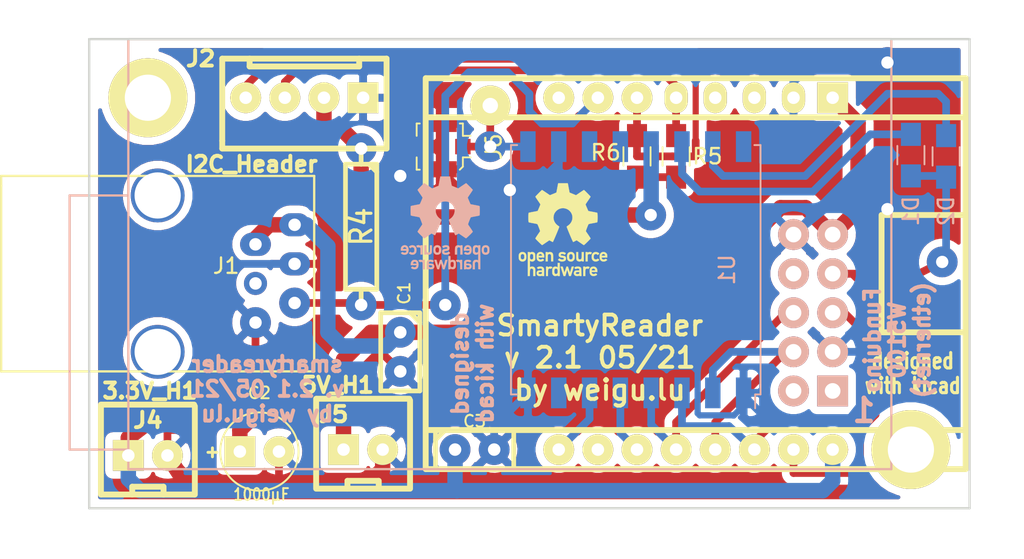
<source format=kicad_pcb>
(kicad_pcb (version 20171130) (host pcbnew 5.1.9+dfsg1-1)
  (layers (0 F.Cu signal) (31 B.Cu signal) (34 B.Paste user) (35 F.Paste user) (36 B.SilkS user) (37 F.SilkS user) (38 B.Mask user) (39 F.Mask user) (44 Edge.Cuts user))
  (net 0 "")
  (net 1 "Net-(J1-Pad5)")
  (net 2 "Net-(J2-Pad3)")
  (net 3 "Net-(J2-Pad4)")
  (net 4 "Net-(J3-Pad4)")
  (net 5 "Net-(J3-Pad5)")
  (net 6 "Net-(J3-Pad6)")
  (net 7 ~)
  (net 8 "Net-(J6-Pad1)")
  (net 9 "Net-(U1-Pad5)")
  (net 10 +5V)
  (net 11 +3.3V)
  (net 12 "Net-(D1-Pad2)")
  (net 13 "Net-(D1-Pad1)")
  (net 14 "Net-(D2-Pad1)")
  (net 15 "Net-(U1-Pad6)")
  (module weigu:W0805 (layer B.Cu) (at 155.956 111.76 270)
    (fp_text reference D2 (at 3.556 0 270) (layer B.SilkS) (effects (justify mirror)))
    (fp_text value 1N4148)
    (pad 1 smd rect (at -1.35 0 270) (size 1.5 1.3) (layers B.Cu B.Paste B.Mask) (net 14 "Net-(D2-Pad1)"))
    (pad 2 smd rect (at 1.35 0 270) (size 1.5 1.3) (layers B.Cu B.Paste B.Mask) (net 12 "Net-(D1-Pad2)"))
  )
  (module weigu:W0805 (layer B.Cu) (at 153.67 111.68 270)
    (fp_text reference D1 (at 3.636 0 270) (layer B.SilkS) (effects (justify mirror)))
    (fp_text value 1N4148)
    (pad 2 smd rect (at 1.35 0 270) (size 1.5 1.3) (layers B.Cu B.Paste B.Mask) (net 12 "Net-(D1-Pad2)"))
    (pad 1 smd rect (at -1.35 0 270) (size 1.5 1.3) (layers B.Cu B.Paste B.Mask) (net 13 "Net-(D1-Pad1)"))
  )
  (module weigu:WPin_1mm (layer F.Cu) (at 126.365 108.458)
    (fp_text reference J7 hide)
    (fp_text value ANT hide)
    (pad 1 thru_hole circle (at 0 0) (size 2.6 2.6) (drill 1) (layers *.Cu *.Mask F.SilkS) (net 8 "Net-(J6-Pad1)"))
  )
  (module weigu:WC1 (layer F.Cu) (at 125.349 130.81)
    (fp_text reference C3 (at 0 -1.8415) (layer F.SilkS) (effects (font (size 0.75946 0.75946) (thickness 0.127))))
    (fp_text value 100nF hide)
    (pad 2 thru_hole circle (at 1.27 0) (size 1.99898 1.99898) (drill 0.8128) (layers *.Cu *.Mask) (net 7 ~))
    (pad 1 thru_hole circle (at -1.27 0) (size 1.99898 1.99898) (drill 0.8128) (layers *.Cu *.Mask) (net 11 +3.3V))
  )
  (module weigu:WC1 (layer F.Cu) (at 120.523 124.46 270)
    (fp_text reference C1 (at -3.81 -0.254 90) (layer F.SilkS) (effects (font (size 0.75946 0.75946) (thickness 0.127))))
    (fp_text value 100nF hide)
    (pad 2 thru_hole circle (at 1.27 0 270) (size 1.99898 1.99898) (drill 0.8128) (layers *.Cu *.Mask) (net 7 ~))
    (pad 1 thru_hole circle (at -1.27 0 270) (size 1.99898 1.99898) (drill 0.8128) (layers *.Cu *.Mask) (net 10 +5V))
  )
  (module weigu:WC1V (layer F.Cu) (at 111.379 130.937)
    (fp_text reference C2 (at 0 -3.81) (layer F.SilkS) (effects (font (size 0.762 0.762) (thickness 0.127))))
    (fp_text value 1000µF (at 0.127 2.794) (layer F.SilkS) (effects (font (size 0.762 0.635) (thickness 0.127))))
    (fp_text user + (at -3.048 0) (layer F.SilkS) (effects (font (size 0.762 0.762) (thickness 0.1905))))
    (pad 2 thru_hole circle (at 1.27 0) (size 1.99898 1.99898) (drill 0.8128) (layers *.Cu *.Mask F.SilkS) (net 7 ~))
    (pad 1 thru_hole rect (at -1.27 0) (size 1.99898 1.99898) (drill 0.8128) (layers *.Cu *.Mask F.SilkS) (net 10 +5V))
  )
  (module weigu:WR4 (layer F.Cu) (at 117.983 116.332 270)
    (fp_text reference R4 (at 0 0 90) (layer F.SilkS) (effects (font (size 1.397 1.27) (thickness 0.2032))))
    (fp_text value 10k hide)
    (pad 2 thru_hole circle (at 5.08 0 270) (size 1.99898 1.99898) (drill 0.8128) (layers *.Cu *.Mask) (net 1 "Net-(J1-Pad5)"))
    (pad 1 thru_hole circle (at -5.08 0 270) (size 1.99898 1.99898) (drill 0.8128) (layers *.Cu *.Mask) (net 11 +3.3V))
  )
  (module weigu:WW5100 (layer B.Cu) (at 154.94 116.84 180)
    (fp_text reference J3 hide)
    (fp_text value W5100_2x5 hide)
    (pad 1 thru_hole rect (at 6.35 -10.16 180) (size 1.99898 1.99898) (drill 1.016) (layers *.Cu *.Mask B.SilkS))
    (pad 2 thru_hole circle (at 8.89 -10.16 180) (size 1.99898 1.99898) (drill 1.016) (layers *.Cu *.Mask B.SilkS))
    (pad 3 thru_hole circle (at 6.35 -7.62 180) (size 1.99898 1.99898) (drill 1.016) (layers *.Cu *.Mask B.SilkS) (net 7 ~))
    (pad 4 thru_hole circle (at 8.89 -7.62 180) (size 1.99898 1.99898) (drill 1.016) (layers *.Cu *.Mask B.SilkS) (net 4 "Net-(J3-Pad4)"))
    (pad 5 thru_hole circle (at 6.35 -5.08 180) (size 1.99898 1.99898) (drill 1.016) (layers *.Cu *.Mask B.SilkS) (net 5 "Net-(J3-Pad5)"))
    (pad 6 thru_hole circle (at 8.89 -5.08 180) (size 1.99898 1.99898) (drill 1.016) (layers *.Cu *.Mask B.SilkS) (net 6 "Net-(J3-Pad6)"))
    (pad 7 thru_hole circle (at 6.35 -2.54 180) (size 1.99898 1.99898) (drill 1.016) (layers *.Cu *.Mask B.SilkS) (net 12 "Net-(D1-Pad2)"))
    (pad 8 thru_hole circle (at 8.89 -2.54 180) (size 1.99898 1.99898) (drill 1.016) (layers *.Cu *.Mask B.SilkS))
    (pad 9 thru_hole circle (at 6.35 0 180) (size 1.99898 1.99898) (drill 1.016) (layers *.Cu *.Mask B.SilkS) (net 10 +5V))
    (pad 10 thru_hole circle (at 8.89 0 180) (size 1.99898 1.99898) (drill 1.016) (layers *.Cu *.Mask B.SilkS) (net 7 ~))
  )
  (module RF_Module:HOPERF_RFM9XW_SMD (layer B.Cu) (at 135.81 119.126 90)
    (fp_text reference U1 (at 0 5.922 270) (layer B.SilkS) (effects (justify mirror)))
    (fp_text value RFM95W)
    (pad 16 smd rect (at 8 7 90) (size 2 1) (layers B.Cu B.Paste B.Mask))
    (pad 15 smd rect (at 8 5 90) (size 2 1) (layers B.Cu B.Paste B.Mask) (net 14 "Net-(D2-Pad1)"))
    (pad 14 smd rect (at 8 3 90) (size 2 1) (layers B.Cu B.Paste B.Mask) (net 13 "Net-(D1-Pad1)"))
    (pad 13 smd rect (at 8 1 90) (size 2 1) (layers B.Cu B.Paste B.Mask) (net 11 +3.3V))
    (pad 12 smd rect (at 8 -1 90) (size 2 1) (layers B.Cu B.Paste B.Mask))
    (pad 11 smd rect (at 8 -3 90) (size 2 1) (layers B.Cu B.Paste B.Mask))
    (pad 10 smd rect (at 8 -5 90) (size 2 1) (layers B.Cu B.Paste B.Mask) (net 7 ~))
    (pad 9 smd rect (at 8 -7 90) (size 2 1) (layers B.Cu B.Paste B.Mask) (net 8 "Net-(J6-Pad1)"))
    (pad 8 smd rect (at -8 -7 90) (size 2 1) (layers B.Cu B.Paste B.Mask) (net 7 ~))
    (pad 7 smd rect (at -8 -5 90) (size 2 1) (layers B.Cu B.Paste B.Mask))
    (pad 6 smd rect (at -8 -3 90) (size 2 1) (layers B.Cu B.Paste B.Mask) (net 15 "Net-(U1-Pad6)"))
    (pad 5 smd rect (at -8 -1 90) (size 2 1) (layers B.Cu B.Paste B.Mask) (net 9 "Net-(U1-Pad5)"))
    (pad 4 smd rect (at -8 1 90) (size 2 1) (layers B.Cu B.Paste B.Mask) (net 6 "Net-(J3-Pad6)"))
    (pad 3 smd rect (at -8 3 90) (size 2 1) (layers B.Cu B.Paste B.Mask) (net 5 "Net-(J3-Pad5)"))
    (pad 2 smd rect (at -8 5 90) (size 2 1) (layers B.Cu B.Paste B.Mask) (net 4 "Net-(J3-Pad4)"))
    (pad 1 smd rect (at -8 7 90) (size 2 1) (layers B.Cu B.Paste B.Mask) (net 7 ~))
  )
  (module Connector_Coaxial:U.FL_Molex_MCRF_73412-0110_Vertical (layer F.Cu) (at 123.087 111.125 90)
    (fp_text reference J6 (at 0 3.5 90) (layer F.SilkS))
    (fp_text value Conn_Coaxial)
    (pad 1 smd rect (at 0 1.5 90) (size 1 1) (layers F.Cu F.Paste F.Mask) (net 8 "Net-(J6-Pad1)"))
    (pad 2 smd rect (at 0 -1.5 90) (size 1 1) (layers F.Cu F.Paste F.Mask) (net 7 ~))
    (pad 2 smd rect (at 1.475 0 90) (size 1.05 2.2) (layers F.Cu F.Paste F.Mask) (net 7 ~))
    (pad 2 smd rect (at -1.475 0 90) (size 1.05 2.2) (layers F.Cu F.Paste F.Mask) (net 7 ~))
  )
  (module weigu:WWEMOSD1 (layer F.Cu) (at 139.7 119.38 180)
    (fp_text reference W1 hide)
    (fp_text value ESP8266_LOLIN_D1_mini hide)
    (pad 16 thru_hole circle (at -8.89 -11.43 180) (size 1.99898 1.99898) (drill 0.8128) (layers *.Cu *.Mask F.SilkS) (net 11 +3.3V))
    (pad 15 thru_hole circle (at -6.35 -11.43 180) (size 1.99898 1.99898) (drill 0.8128) (layers *.Cu *.Mask F.SilkS) (net 12 "Net-(D1-Pad2)"))
    (pad 14 thru_hole circle (at -3.81 -11.43 180) (size 1.99898 1.99898) (drill 0.8128) (layers *.Cu *.Mask F.SilkS) (net 5 "Net-(J3-Pad5)"))
    (pad 13 thru_hole circle (at -1.27 -11.43 180) (size 1.99898 1.99898) (drill 0.8128) (layers *.Cu *.Mask F.SilkS) (net 4 "Net-(J3-Pad4)"))
    (pad 12 thru_hole circle (at 1.27 -11.43 180) (size 1.99898 1.99898) (drill 0.8128) (layers *.Cu *.Mask F.SilkS) (net 6 "Net-(J3-Pad6)"))
    (pad 11 thru_hole circle (at 3.81 -11.43 180) (size 1.99898 1.99898) (drill 0.8128) (layers *.Cu *.Mask F.SilkS) (net 9 "Net-(U1-Pad5)"))
    (pad 10 thru_hole circle (at 6.35 -11.43 180) (size 1.99898 1.99898) (drill 0.8128) (layers *.Cu *.Mask F.SilkS))
    (pad 9 thru_hole circle (at 8.89 -11.43 180) (size 1.99898 1.99898) (drill 0.8128) (layers *.Cu *.Mask F.SilkS) (net 15 "Net-(U1-Pad6)"))
    (pad 1 thru_hole rect (at -8.89 11.43 180) (size 1.99898 1.99898) (drill 0.8128) (layers *.Cu *.Mask F.SilkS) (net 10 +5V))
    (pad 2 thru_hole oval (at -6.35 11.43 180) (size 1.5 1.99898) (drill 0.8128) (layers *.Cu *.Mask F.SilkS) (net 7 ~))
    (pad 3 thru_hole oval (at -3.81 11.43 180) (size 1.5 1.99898) (drill 0.8128) (layers *.Cu *.Mask F.SilkS))
    (pad 4 thru_hole oval (at -1.27 11.43 180) (size 1.5 1.99898) (drill 0.8128) (layers *.Cu *.Mask F.SilkS))
    (pad 5 thru_hole oval (at 1.27 11.43 180) (size 1.5 1.99898) (drill 0.8128) (layers *.Cu *.Mask F.SilkS) (net 2 "Net-(J2-Pad3)"))
    (pad 6 thru_hole circle (at 3.81 11.43 180) (size 1.99898 1.99898) (drill 0.8128) (layers *.Cu *.Mask F.SilkS) (net 3 "Net-(J2-Pad4)"))
    (pad 7 thru_hole circle (at 6.35 11.43 180) (size 1.99898 1.99898) (drill 0.8128) (layers *.Cu *.Mask F.SilkS) (net 1 "Net-(J1-Pad5)"))
    (pad 8 thru_hole circle (at 8.89 11.43 180) (size 1.99898 1.99898) (drill 0.8128) (layers *.Cu *.Mask F.SilkS))
  )
  (module weigu:WSIL4_SL (layer F.Cu) (at 114.3 107.95 180)
    (fp_text reference J2 (at 6.731 2.54 180) (layer F.SilkS) (effects (font (size 1.00076 1.08712) (thickness 0.25019))))
    (fp_text value I2C_Header (at 3.429 -4.318 180) (layer F.SilkS) (effects (font (size 1.00076 1.016) (thickness 0.25019))))
    (pad 4 thru_hole circle (at 3.81 0 180) (size 1.99898 1.99898) (drill 0.8128) (layers *.Cu *.Mask F.SilkS) (net 3 "Net-(J2-Pad4)"))
    (pad 3 thru_hole circle (at 1.27 0 180) (size 1.99898 1.99898) (drill 0.8128) (layers *.Cu *.Mask F.SilkS) (net 2 "Net-(J2-Pad3)"))
    (pad 2 thru_hole circle (at -1.27 0 180) (size 1.99898 1.99898) (drill 0.8128) (layers *.Cu *.Mask F.SilkS) (net 11 +3.3V))
    (pad 1 thru_hole rect (at -3.81 0 180) (size 1.99898 1.99898) (drill 0.8128) (layers *.Cu *.Mask F.SilkS) (net 7 ~))
  )
  (module weigu:WSIL2_SL (layer F.Cu) (at 104.14 131.191)
    (fp_text reference J4 (at 0 -2.286) (layer F.SilkS) (effects (font (size 1.00076 1.08712) (thickness 0.25019))))
    (fp_text value 3.3V_H1 (at 0.127 -4.191) (layer F.SilkS) (effects (font (size 1.00076 1.016) (thickness 0.25019))))
    (pad 2 thru_hole circle (at 1.27 0) (size 1.99898 1.99898) (drill 0.8128) (layers *.Cu *.Mask F.SilkS) (net 7 ~))
    (pad 1 thru_hole rect (at -1.27 0) (size 1.99898 1.99898) (drill 0.8128) (layers *.Cu *.Mask F.SilkS) (net 11 +3.3V))
  )
  (module weigu:WSIL2_SL (layer F.Cu) (at 118.11 130.81)
    (fp_text reference J5 (at -1.905 -2.286) (layer F.SilkS) (effects (font (size 1.00076 1.08712) (thickness 0.25019))))
    (fp_text value 5V_H1 (at -1.651 -4.191) (layer F.SilkS) (effects (font (size 1.00076 1.016) (thickness 0.25019))))
    (pad 1 thru_hole rect (at -1.27 0) (size 1.99898 1.99898) (drill 0.8128) (layers *.Cu *.Mask F.SilkS) (net 10 +5V))
    (pad 2 thru_hole circle (at 1.27 0) (size 1.99898 1.99898) (drill 0.8128) (layers *.Cu *.Mask F.SilkS) (net 7 ~))
  )
  (module weigu:W0805 (layer F.Cu) (at 138.43 111.76 90)
    (fp_text reference R5 hide)
    (fp_text value 1.8k hide)
    (fp_text user %R (at 0 2.032 180) (layer F.SilkS))
    (pad 2 smd rect (at 1.35 0 90) (size 1.5 1.3) (layers F.Cu F.Paste F.Mask) (net 2 "Net-(J2-Pad3)"))
    (pad 1 smd rect (at -1.35 0 90) (size 1.5 1.3) (layers F.Cu F.Paste F.Mask) (net 11 +3.3V))
  )
  (module weigu:W0805 (layer F.Cu) (at 135.89 111.76 90)
    (fp_text reference R6 hide)
    (fp_text value 1.8k hide)
    (fp_text user %R (at 0.254 -2.032) (layer F.SilkS))
    (pad 2 smd rect (at 1.35 0 90) (size 1.5 1.3) (layers F.Cu F.Paste F.Mask) (net 3 "Net-(J2-Pad4)"))
    (pad 1 smd rect (at -1.35 0 90) (size 1.5 1.3) (layers F.Cu F.Paste F.Mask) (net 11 +3.3V))
  )
  (module weigu:WRJ12 (layer F.Cu) (at 113.665 116.205 270)
    (fp_text reference J1 (at 2.667 4.445) (layer F.SilkS))
    (fp_text value "Smartmeter RJ12")
    (pad 4 thru_hole circle (at 3.81 2.54 270) (size 1.5 1.5) (drill 0.81) (layers *.Cu *.Mask))
    (pad 2 thru_hole oval (at 1.27 2.54 270) (size 1.5 2) (drill 0.81) (layers *.Cu *.Mask) (net 10 +5V))
    (pad 6 thru_hole circle (at 6.35 2.54 270) (size 2 2) (drill 0.81) (layers *.Cu *.Mask) (net 7 ~))
    (pad 1 thru_hole oval (at 0 0 270) (size 1.5 2) (drill 0.81) (layers *.Cu *.Mask) (net 10 +5V))
    (pad 3 thru_hole oval (at 2.54 0 270) (size 1.5 2) (drill 0.81) (layers *.Cu *.Mask) (net 7 ~))
    (pad 5 thru_hole circle (at 5.08 0 270) (size 2 2) (drill 0.81) (layers *.Cu *.Mask) (net 1 "Net-(J1-Pad5)"))
    (pad 8 thru_hole circle (at 8.255 8.89 270) (size 3.5 3.5) (drill 3) (layers *.Cu *.Mask))
    (pad 7 thru_hole circle (at -1.905 8.89 270) (size 3.5 3.5) (drill 3) (layers *.Cu *.Mask))
  )
  (module weigu:WPin_3mm (layer F.Cu) (at 104.14 107.95)
    (fp_text reference H1 hide)
    (fp_text value WMHole hide)
    (pad 1 thru_hole circle (at 0 0) (size 5.12826 5.12826) (drill 2.99974) (layers *.Cu *.Mask F.SilkS))
  )
  (module weigu:WPin_3mm (layer F.Cu) (at 153.67 130.81)
    (fp_text reference H2 hide)
    (fp_text value WMHole hide)
    (pad 1 thru_hole circle (at 0 0) (size 5.12826 5.12826) (drill 2.99974) (layers *.Cu *.Mask F.SilkS))
  )
  (module Symbol:OSHW-Logo_5.7x6mm_SilkScreen (layer B.Cu) (at 123.444 116.078 180)
    (fp_text reference LOGO?1 hide)
    (fp_text value Open_Hardware_Logo hide)
  )
  (module Symbol:OSHW-Logo_5.7x6mm_SilkScreen (layer F.Cu) (at 131.079037 116.518694)
    (fp_text reference LOGO?2 hide)
    (fp_text value Open_Hardware_Logo hide)
  )
  (gr_text 1 (at 150.622 128.27) (layer B.SilkS) (effects (font (size 1.5 1.5) (thickness 0.3)) (justify mirror)))
  (gr_line (start 157.48 104.14) (end 157.48 134.62) (angle 90) (layer Edge.Cuts) (width 0.15))
  (gr_text "Funduino\nW5100\n(ethernet)" (at 152.781 123.698 90) (layer B.SilkS) (effects (font (size 1 1) (thickness 0.25)) (justify mirror)))
  (gr_text "designed\nwith kicad" (at 125.222 125.222 90) (layer B.SilkS) (effects (font (size 1 1) (thickness 0.25)) (justify mirror)))
  (gr_text "designed\nwith kicad" (at 153.797 125.857) (layer F.SilkS) (effects (font (size 1 0.8) (thickness 0.2))))
  (gr_text "smartyreader\nv. 2.1 05/21\nby weigu.lu" (at 111.887 126.873) (layer B.SilkS) (effects (font (size 1 1) (thickness 0.25)) (justify mirror)))
  (gr_text "SmartyReader\nv 2.1 05/21\nby weigu.lu" (at 133.477 124.841) (layer F.SilkS) (effects (font (size 1.3 1.3) (thickness 0.25))))
  (gr_line (start 100.33 134.62) (end 100.33 104.14) (angle 90) (layer Edge.Cuts) (width 0.15))
  (gr_line (start 157.48 134.62) (end 100.33 134.62) (angle 90) (layer Edge.Cuts) (width 0.15))
  (gr_line (start 100.33 104.14) (end 157.48 104.14) (angle 90) (layer Edge.Cuts) (width 0.15))
  (segment (start 117.856 121.285) (end 117.983 121.412) (width 0.5) (layer F.Cu) (net 1))
  (segment (start 113.665 121.285) (end 117.856 121.285) (width 0.5) (layer F.Cu) (net 1))
  (via (at 123.444 121.412) (size 2) (drill 0.8) (layers F.Cu B.Cu) (net 1))
  (segment (start 131.699 109.625999) (end 131.909999 109.390001) (width 0.5) (layer B.Cu) (net 1))
  (segment (start 129.710001 109.625999) (end 131.699 109.625999) (width 0.5) (layer B.Cu) (net 1))
  (segment (start 128.905 108.820998) (end 129.710001 109.625999) (width 0.5) (layer B.Cu) (net 1))
  (segment (start 128.905 107.696) (end 128.905 108.820998) (width 0.5) (layer B.Cu) (net 1))
  (segment (start 124.968 106.299) (end 127.508 106.299) (width 0.5) (layer B.Cu) (net 1))
  (segment (start 123.444 107.823) (end 124.968 106.299) (width 0.5) (layer B.Cu) (net 1))
  (segment (start 131.909999 109.390001) (end 133.35 107.95) (width 0.5) (layer B.Cu) (net 1))
  (segment (start 127.508 106.299) (end 128.905 107.696) (width 0.5) (layer B.Cu) (net 1))
  (segment (start 123.444 117.983) (end 123.444 107.823) (width 0.5) (layer B.Cu) (net 1))
  (segment (start 117.983 121.412) (end 123.444 121.412) (width 0.5) (layer F.Cu) (net 1))
  (segment (start 123.444 117.983) (end 123.444 121.412) (width 0.5) (layer B.Cu) (net 1))
  (segment (start 138.43 110.41) (end 138.43 107.95) (width 0.5) (layer F.Cu) (net 2))
  (segment (start 113.03 107.95) (end 113.03 106.934) (width 0.5) (layer F.Cu) (net 2))
  (segment (start 137.414 106.172) (end 138.43 107.188) (width 0.5) (layer F.Cu) (net 2))
  (segment (start 113.792 106.172) (end 137.414 106.172) (width 0.5) (layer F.Cu) (net 2))
  (segment (start 113.03 106.934) (end 113.792 106.172) (width 0.5) (layer F.Cu) (net 2))
  (segment (start 138.43 107.188) (end 138.43 107.95) (width 0.5) (layer F.Cu) (net 2))
  (segment (start 139.203998 105.421998) (end 139.7 105.918) (width 0.5) (layer F.Cu) (net 3))
  (segment (start 112.256002 105.421998) (end 139.203998 105.421998) (width 0.5) (layer F.Cu) (net 3))
  (segment (start 110.49 107.188) (end 112.256002 105.421998) (width 0.5) (layer F.Cu) (net 3))
  (segment (start 135.89 111.76) (end 135.89 110.41) (width 0.5) (layer F.Cu) (net 3))
  (segment (start 138.176 111.76) (end 135.89 111.76) (width 0.5) (layer F.Cu) (net 3))
  (segment (start 110.49 107.95) (end 110.49 107.188) (width 0.5) (layer F.Cu) (net 3))
  (segment (start 135.89 110.41) (end 135.89 107.95) (width 0.5) (layer F.Cu) (net 3))
  (segment (start 139.7 111.76) (end 138.176 111.76) (width 0.5) (layer F.Cu) (net 3))
  (segment (start 139.7 110.744) (end 139.7 111.76) (width 0.5) (layer F.Cu) (net 3))
  (segment (start 139.7 105.918) (end 139.7 110.744) (width 0.4) (layer F.Cu) (net 3))
  (segment (start 140.97 130.81) (end 140.97 129.032) (width 0.5) (layer F.Cu) (net 4))
  (segment (start 140.97 129.032) (end 145.542 124.46) (width 0.5) (layer F.Cu) (net 4))
  (segment (start 145.542 124.46) (end 146.05 124.46) (width 0.5) (layer F.Cu) (net 4))
  (segment (start 140.81 127.126) (end 140.81 125.636) (width 0.5) (layer B.Cu) (net 4))
  (segment (start 141.986 124.46) (end 146.05 124.46) (width 0.5) (layer B.Cu) (net 4))
  (segment (start 140.81 125.636) (end 141.986 124.46) (width 0.5) (layer B.Cu) (net 4))
  (segment (start 141.859 129.286) (end 143.51 130.81) (width 0.5) (layer B.Cu) (net 5))
  (segment (start 138.811 129.286) (end 141.859 129.286) (width 0.5) (layer B.Cu) (net 5))
  (segment (start 138.81 128.142) (end 138.811 129.286) (width 0.5) (layer B.Cu) (net 5))
  (segment (start 138.81 127.126) (end 138.81 128.142) (width 0.5) (layer B.Cu) (net 5))
  (segment (start 150.622 123.19) (end 149.352 121.92) (width 0.5) (layer F.Cu) (net 5))
  (segment (start 149.352 121.92) (end 148.59 121.92) (width 0.5) (layer F.Cu) (net 5))
  (segment (start 150.622 128.016) (end 150.622 123.19) (width 0.5) (layer F.Cu) (net 5))
  (segment (start 149.606 129.032) (end 150.622 128.016) (width 0.5) (layer F.Cu) (net 5))
  (segment (start 144.78 129.032) (end 149.606 129.032) (width 0.5) (layer F.Cu) (net 5))
  (segment (start 143.51 130.302) (end 144.78 129.032) (width 0.5) (layer F.Cu) (net 5))
  (segment (start 143.51 130.81) (end 143.51 130.302) (width 0.5) (layer F.Cu) (net 5))
  (segment (start 138.43 130.81) (end 138.43 129.032) (width 0.5) (layer F.Cu) (net 6))
  (segment (start 138.43 129.032) (end 145.542 121.92) (width 0.5) (layer F.Cu) (net 6))
  (segment (start 145.542 121.92) (end 146.05 121.92) (width 0.5) (layer F.Cu) (net 6))
  (segment (start 138.43 130.81) (end 138.43 131.318) (width 0.5) (layer F.Cu) (net 6))
  (segment (start 136.81 129.19) (end 138.43 130.81) (width 0.5) (layer B.Cu) (net 6))
  (segment (start 136.81 127.126) (end 136.81 129.19) (width 0.5) (layer B.Cu) (net 6))
  (segment (start 113.665 118.745) (end 109.347 118.745) (width 0.5) (layer B.Cu) (net 7))
  (segment (start 109.347 118.745) (end 109.22 118.872) (width 0.5) (layer B.Cu) (net 7))
  (segment (start 118.11 107.95) (end 118.11 108.204) (width 0.5) (layer B.Cu) (net 7))
  (segment (start 118.11 108.204) (end 113.284 113.03) (width 0.5) (layer B.Cu) (net 7))
  (segment (start 113.284 113.03) (end 113.284 114.046) (width 0.5) (layer B.Cu) (net 7))
  (segment (start 109.22 120.65) (end 111.125 122.555) (width 0.5) (layer B.Cu) (net 7))
  (segment (start 109.22 115.316) (end 109.22 118.872) (width 0.5) (layer B.Cu) (net 7))
  (segment (start 109.22 118.872) (end 109.22 120.65) (width 0.5) (layer B.Cu) (net 7))
  (segment (start 110.49 114.046) (end 109.22 115.316) (width 0.5) (layer B.Cu) (net 7))
  (segment (start 113.792 114.046) (end 113.284 114.046) (width 0.5) (layer B.Cu) (net 7))
  (segment (start 113.284 114.046) (end 110.49 114.046) (width 0.5) (layer B.Cu) (net 7))
  (segment (start 114.808 115.062) (end 113.792 114.046) (width 0.5) (layer B.Cu) (net 7))
  (segment (start 119.38 115.062) (end 114.808 115.062) (width 0.5) (layer B.Cu) (net 7))
  (segment (start 119.634 115.316) (end 119.38 115.062) (width 0.5) (layer B.Cu) (net 7))
  (segment (start 119.38 132.08) (end 119.38 130.81) (width 1) (layer F.Cu) (net 7))
  (segment (start 118.11 133.35) (end 119.38 132.08) (width 1) (layer F.Cu) (net 7))
  (segment (start 105.41 131.191) (end 106.807 133.35) (width 1) (layer F.Cu) (net 7))
  (segment (start 105.41 131.191) (end 105.41 129.54) (width 0.5) (layer F.Cu) (net 7))
  (segment (start 105.41 129.54) (end 106.299 129.54) (width 0.5) (layer F.Cu) (net 7))
  (segment (start 111.125 124.714) (end 111.125 122.555) (width 0.5) (layer F.Cu) (net 7))
  (segment (start 106.299 129.54) (end 111.125 124.714) (width 0.5) (layer F.Cu) (net 7))
  (segment (start 112.649 133.223) (end 112.776 133.35) (width 0.5) (layer F.Cu) (net 7))
  (segment (start 112.649 130.937) (end 112.649 133.223) (width 0.5) (layer F.Cu) (net 7))
  (segment (start 112.776 133.35) (end 118.11 133.35) (width 1) (layer F.Cu) (net 7))
  (segment (start 106.807 133.35) (end 112.776 133.35) (width 1) (layer F.Cu) (net 7))
  (segment (start 119.634 113.919) (end 120.523 113.03) (width 0.5) (layer B.Cu) (net 7))
  (via (at 120.523 113.03) (size 2) (drill 0.8) (layers F.Cu B.Cu) (net 7))
  (segment (start 119.634 115.316) (end 119.634 113.919) (width 0.5) (layer B.Cu) (net 7))
  (segment (start 120.523 112.189) (end 121.587 111.125) (width 0.5) (layer F.Cu) (net 7))
  (segment (start 120.523 113.03) (end 120.523 112.189) (width 0.5) (layer F.Cu) (net 7))
  (segment (start 121.587 111.125) (end 121.587 109.934) (width 0.5) (layer F.Cu) (net 7))
  (segment (start 121.871 109.65) (end 123.087 109.65) (width 0.5) (layer F.Cu) (net 7))
  (segment (start 121.587 109.934) (end 121.871 109.65) (width 0.5) (layer F.Cu) (net 7))
  (segment (start 121.587 111.125) (end 121.587 112.062) (width 0.5) (layer F.Cu) (net 7))
  (segment (start 122.125 112.6) (end 123.087 112.6) (width 0.5) (layer F.Cu) (net 7))
  (segment (start 121.587 112.062) (end 122.125 112.6) (width 0.5) (layer F.Cu) (net 7))
  (segment (start 126.619 130.81) (end 126.619 129.317) (width 0.5) (layer B.Cu) (net 7))
  (segment (start 119.38 130.81) (end 121.666 128.524) (width 0.5) (layer B.Cu) (net 7))
  (segment (start 126.746 128.524) (end 127.079 128.857) (width 0.5) (layer B.Cu) (net 7))
  (segment (start 121.666 128.524) (end 126.746 128.524) (width 0.5) (layer B.Cu) (net 7))
  (segment (start 127.079 128.857) (end 128.81 127.126) (width 0.5) (layer B.Cu) (net 7))
  (segment (start 126.619 129.317) (end 127.079 128.857) (width 0.5) (layer B.Cu) (net 7))
  (segment (start 124.434 113.947) (end 127.635 113.947) (width 0.5) (layer F.Cu) (net 7))
  (via (at 127.635 113.947) (size 2) (drill 0.8) (layers F.Cu B.Cu) (net 7))
  (segment (start 123.087 112.6) (end 124.434 113.947) (width 0.5) (layer F.Cu) (net 7))
  (segment (start 129.049213 113.947) (end 130.81 112.186213) (width 0.5) (layer B.Cu) (net 7))
  (segment (start 130.81 112.186213) (end 130.81 111.126) (width 0.5) (layer B.Cu) (net 7))
  (segment (start 127.635 113.947) (end 129.049213 113.947) (width 0.5) (layer B.Cu) (net 7))
  (segment (start 121.666 126.873) (end 120.523 125.73) (width 0.5) (layer B.Cu) (net 7))
  (segment (start 121.666 128.524) (end 121.666 126.873) (width 0.5) (layer B.Cu) (net 7))
  (segment (start 128.81 125.726) (end 128.81 127.126) (width 0.4) (layer B.Cu) (net 7))
  (segment (start 129.187 125.349) (end 128.81 125.726) (width 0.4) (layer B.Cu) (net 7))
  (segment (start 139.446 125.349) (end 129.187 125.349) (width 0.4) (layer B.Cu) (net 7))
  (segment (start 139.827 128.453002) (end 139.827 125.73) (width 0.4) (layer B.Cu) (net 7))
  (segment (start 142.163481 128.600518) (end 142.148953 128.58599) (width 0.4) (layer B.Cu) (net 7))
  (segment (start 139.827 125.73) (end 139.446 125.349) (width 0.4) (layer B.Cu) (net 7))
  (segment (start 142.148953 128.58599) (end 139.959988 128.58599) (width 0.4) (layer B.Cu) (net 7))
  (segment (start 142.81 127.954) (end 142.163481 128.600518) (width 0.4) (layer B.Cu) (net 7))
  (segment (start 139.959988 128.58599) (end 139.827 128.453002) (width 0.4) (layer B.Cu) (net 7))
  (segment (start 142.81 127.126) (end 142.81 127.954) (width 0.4) (layer B.Cu) (net 7))
  (segment (start 148.082 115.189) (end 146.05 116.84) (width 0.5) (layer B.Cu) (net 7))
  (segment (start 152.146 115.189) (end 148.082 115.189) (width 0.5) (layer B.Cu) (net 7))
  (via (at 152.146 115.189) (size 2) (drill 0.8) (layers F.Cu B.Cu) (net 7))
  (segment (start 149.606 124.46) (end 148.59 124.46) (width 0.5) (layer B.Cu) (net 7))
  (segment (start 152.146 124.46) (end 149.606 124.46) (width 0.5) (layer B.Cu) (net 7))
  (segment (start 152.146 124.46) (end 152.146 115.189) (width 0.5) (layer B.Cu) (net 7))
  (segment (start 149.710982 128.778) (end 152.146 125.73) (width 0.5) (layer B.Cu) (net 7))
  (segment (start 152.146 125.73) (end 152.146 124.46) (width 0.5) (layer B.Cu) (net 7))
  (segment (start 144.272 128.778) (end 149.710982 128.778) (width 0.5) (layer B.Cu) (net 7))
  (segment (start 142.81 127.316) (end 144.272 128.778) (width 0.5) (layer B.Cu) (net 7))
  (segment (start 142.81 127.126) (end 142.81 127.316) (width 0.5) (layer B.Cu) (net 7))
  (segment (start 146.05 106.934) (end 146.05 107.95) (width 0.5) (layer B.Cu) (net 7))
  (segment (start 151.384 105.537) (end 147.447 105.537) (width 0.5) (layer B.Cu) (net 7))
  (segment (start 147.447 105.537) (end 146.05 106.934) (width 0.5) (layer B.Cu) (net 7))
  (segment (start 152.146 105.664) (end 151.384 105.537) (width 0.5) (layer B.Cu) (net 7))
  (segment (start 152.146 105.664) (end 152.146 115.189) (width 0.5) (layer F.Cu) (net 7))
  (via (at 152.146 105.664) (size 2) (drill 0.8) (layers F.Cu B.Cu) (net 7))
  (via (at 126.365 111.125) (size 2) (drill 0.8) (layers F.Cu B.Cu) (net 8))
  (segment (start 124.587 111.125) (end 126.365 111.125) (width 0.5) (layer F.Cu) (net 8))
  (segment (start 128.809 111.125) (end 128.81 111.126) (width 0.5) (layer B.Cu) (net 8))
  (segment (start 126.365 111.125) (end 128.809 111.125) (width 0.5) (layer B.Cu) (net 8))
  (segment (start 126.365 111.125) (end 126.365 108.458) (width 0.5) (layer F.Cu) (net 8))
  (segment (start 134.81 129.73) (end 135.89 130.81) (width 0.5) (layer B.Cu) (net 9))
  (segment (start 134.81 127.126) (end 134.81 129.73) (width 0.5) (layer B.Cu) (net 9))
  (segment (start 116.84 130.81) (end 116.84 130.302) (width 1) (layer F.Cu) (net 10))
  (segment (start 111.125 117.475) (end 111.125 117.094) (width 1) (layer F.Cu) (net 10))
  (segment (start 112.014 116.205) (end 113.665 116.205) (width 1) (layer F.Cu) (net 10))
  (segment (start 111.125 117.094) (end 112.014 116.205) (width 1) (layer F.Cu) (net 10))
  (segment (start 116.713 124.079) (end 115.824 123.19) (width 1) (layer B.Cu) (net 10))
  (segment (start 115.824 123.19) (end 115.824 117.602) (width 1) (layer B.Cu) (net 10))
  (segment (start 114.427 116.205) (end 113.665 116.205) (width 1) (layer B.Cu) (net 10))
  (segment (start 115.824 117.602) (end 114.427 116.205) (width 1) (layer B.Cu) (net 10))
  (segment (start 110.109 130.937) (end 110.109 129.54) (width 1) (layer F.Cu) (net 10))
  (segment (start 112.268 127.381) (end 116.84 127.381) (width 1) (layer F.Cu) (net 10))
  (segment (start 110.109 129.54) (end 112.268 127.381) (width 1) (layer F.Cu) (net 10))
  (segment (start 116.84 130.81) (end 116.84 127.381) (width 1) (layer F.Cu) (net 10))
  (segment (start 148.59 116.84) (end 150.241 115.189) (width 1) (layer F.Cu) (net 10))
  (segment (start 150.241 109.601) (end 148.59 107.95) (width 1) (layer F.Cu) (net 10))
  (segment (start 150.241 115.189) (end 150.241 109.601) (width 1) (layer F.Cu) (net 10))
  (segment (start 119.634 124.079) (end 120.523 123.19) (width 1) (layer B.Cu) (net 10))
  (segment (start 116.713 124.079) (end 119.634 124.079) (width 1) (layer B.Cu) (net 10))
  (segment (start 116.84 127.381) (end 116.84 124.968) (width 1) (layer F.Cu) (net 10))
  (segment (start 118.618 123.19) (end 120.523 123.19) (width 1) (layer F.Cu) (net 10))
  (segment (start 116.84 124.968) (end 118.618 123.19) (width 1) (layer F.Cu) (net 10))
  (segment (start 146.840509 115.090509) (end 148.59 116.84) (width 1) (layer F.Cu) (net 10))
  (segment (start 145.210243 115.090509) (end 146.840509 115.090509) (width 1) (layer F.Cu) (net 10))
  (segment (start 137.110752 123.19) (end 145.210243 115.090509) (width 1) (layer F.Cu) (net 10))
  (segment (start 120.523 123.19) (end 137.110752 123.19) (width 1) (layer F.Cu) (net 10))
  (segment (start 135.89 113.11) (end 138.43 113.11) (width 0.5) (layer F.Cu) (net 11))
  (segment (start 148.59 130.81) (end 149.098 130.81) (width 1) (layer F.Cu) (net 11))
  (segment (start 148.59 130.81) (end 148.67 130.81) (width 1) (layer F.Cu) (net 11))
  (segment (start 115.57 109.982) (end 115.57 107.95) (width 1) (layer F.Cu) (net 11))
  (segment (start 116.713 109.982) (end 115.57 109.982) (width 1) (layer F.Cu) (net 11))
  (segment (start 117.983 111.252) (end 116.713 109.982) (width 1) (layer F.Cu) (net 11))
  (segment (start 103.632 133.477) (end 102.87 132.715) (width 1) (layer B.Cu) (net 11))
  (segment (start 102.87 132.715) (end 102.87 131.191) (width 1) (layer B.Cu) (net 11))
  (segment (start 109.601 111.76) (end 113.792 111.76) (width 1) (layer F.Cu) (net 11))
  (segment (start 107.823 113.538) (end 109.601 111.76) (width 1) (layer F.Cu) (net 11))
  (segment (start 107.823 123.825) (end 107.823 113.538) (width 1) (layer F.Cu) (net 11))
  (segment (start 107.787282 126.202282) (end 107.823 123.825) (width 1) (layer F.Cu) (net 11))
  (segment (start 105.664 127.889) (end 107.787282 126.202282) (width 1) (layer F.Cu) (net 11))
  (segment (start 113.792 111.76) (end 115.57 109.982) (width 1) (layer F.Cu) (net 11))
  (segment (start 102.87 130.048) (end 105.664 127.889) (width 1) (layer F.Cu) (net 11))
  (segment (start 102.87 131.191) (end 102.87 130.048) (width 1) (layer F.Cu) (net 11))
  (segment (start 134.112 115.697) (end 135.89 113.11) (width 1) (layer F.Cu) (net 11))
  (segment (start 120.396 115.697) (end 134.112 115.697) (width 1) (layer F.Cu) (net 11))
  (segment (start 117.983 113.284) (end 120.396 115.697) (width 1) (layer F.Cu) (net 11))
  (segment (start 117.983 111.252) (end 117.983 113.284) (width 1) (layer F.Cu) (net 11))
  (segment (start 124.079 133.35) (end 124.206 133.477) (width 1) (layer B.Cu) (net 11))
  (segment (start 124.079 130.81) (end 124.079 133.35) (width 1) (layer B.Cu) (net 11))
  (segment (start 124.206 133.477) (end 103.632 133.477) (width 1) (layer B.Cu) (net 11))
  (via (at 136.779 115.57) (size 2) (drill 0.8) (layers F.Cu B.Cu) (net 11))
  (segment (start 136.81 115.539) (end 136.779 115.57) (width 1) (layer B.Cu) (net 11))
  (segment (start 136.81 111.126) (end 136.81 115.539) (width 1) (layer B.Cu) (net 11))
  (segment (start 134.239 115.57) (end 134.112 115.697) (width 1) (layer F.Cu) (net 11))
  (segment (start 136.779 115.57) (end 134.239 115.57) (width 1) (layer F.Cu) (net 11))
  (segment (start 147.955 133.477) (end 124.206 133.477) (width 1) (layer B.Cu) (net 11))
  (segment (start 148.59 130.81) (end 148.59 132.842) (width 1) (layer B.Cu) (net 11))
  (segment (start 148.59 132.842) (end 147.955 133.477) (width 1) (layer B.Cu) (net 11))
  (via (at 155.702 118.618) (size 2) (drill 0.8) (layers F.Cu B.Cu) (net 12))
  (segment (start 155.876 113.03) (end 155.956 113.11) (width 0.5) (layer B.Cu) (net 12))
  (segment (start 153.67 113.03) (end 155.876 113.03) (width 0.5) (layer B.Cu) (net 12))
  (segment (start 155.956 118.364) (end 155.702 118.618) (width 0.5) (layer B.Cu) (net 12))
  (segment (start 155.956 113.11) (end 155.956 118.364) (width 0.5) (layer B.Cu) (net 12))
  (segment (start 152.908 119.38) (end 148.59 119.38) (width 0.5) (layer F.Cu) (net 12))
  (segment (start 154.178 119.38) (end 152.908 119.38) (width 0.5) (layer F.Cu) (net 12))
  (segment (start 155.702 118.618) (end 154.178 119.38) (width 0.5) (layer F.Cu) (net 12))
  (segment (start 149.86 119.38) (end 148.59 119.38) (width 0.5) (layer F.Cu) (net 12))
  (segment (start 151.372009 128.535991) (end 151.372009 120.892009) (width 0.5) (layer F.Cu) (net 12))
  (segment (start 150.368 132.334) (end 150.368 129.54) (width 0.5) (layer F.Cu) (net 12))
  (segment (start 151.372009 120.892009) (end 149.86 119.38) (width 0.5) (layer F.Cu) (net 12))
  (segment (start 146.05 132.334) (end 150.368 132.334) (width 0.5) (layer F.Cu) (net 12))
  (segment (start 150.368 129.54) (end 151.372009 128.535991) (width 0.5) (layer F.Cu) (net 12))
  (segment (start 146.05 130.81) (end 146.05 132.334) (width 0.5) (layer F.Cu) (net 12))
  (segment (start 138.81 111.126) (end 138.81 112.902) (width 0.5) (layer B.Cu) (net 13))
  (segment (start 138.81 112.902) (end 139.954 114.046) (width 0.5) (layer B.Cu) (net 13))
  (segment (start 139.954 114.046) (end 147.32 114.046) (width 0.5) (layer B.Cu) (net 13))
  (segment (start 151.036 110.33) (end 153.67 110.33) (width 0.5) (layer B.Cu) (net 13))
  (segment (start 147.32 114.046) (end 151.036 110.33) (width 0.5) (layer B.Cu) (net 13))
  (segment (start 140.81 111.126) (end 140.81 112.362) (width 0.5) (layer B.Cu) (net 14))
  (segment (start 140.81 112.362) (end 141.478 113.03) (width 0.5) (layer B.Cu) (net 14))
  (segment (start 141.478 113.03) (end 146.812 113.03) (width 0.5) (layer B.Cu) (net 14))
  (segment (start 146.812 113.03) (end 152.146 107.696) (width 0.5) (layer B.Cu) (net 14))
  (segment (start 152.146 107.696) (end 155.448 107.696) (width 0.5) (layer B.Cu) (net 14))
  (segment (start 155.956 108.204) (end 155.956 110.41) (width 0.5) (layer B.Cu) (net 14))
  (segment (start 155.448 107.696) (end 155.956 108.204) (width 0.5) (layer B.Cu) (net 14))
  (segment (start 132.81 126.725998) (end 132.81 127.126) (width 0.5) (layer B.Cu) (net 15))
  (segment (start 132.81 128.81) (end 132.81 127.126) (width 0.5) (layer B.Cu) (net 15))
  (segment (start 130.81 130.81) (end 132.81 128.81) (width 0.5) (layer B.Cu) (net 15))
  (zone (net 7) (net_name ~) (layer B.Cu) (connect_pads (clearance 0.508)) (min_thickness 0.254) (fill yes (arc_segments 16) (thermal_gap 0.508) (thermal_bridge_width 0.508))
    (polygon (pts (xy 99.568 102.87) (xy 159.512 102.87) (xy 159.766 136.398) (xy 97.536 135.89) (xy 97.79 108.712)))
  )
  (zone (net 7) (net_name ~) (layer F.Cu) (connect_pads (clearance 0.508)) (min_thickness 0.254) (fill yes (arc_segments 16) (thermal_gap 0.508) (thermal_bridge_width 0.508))
    (polygon (pts (xy 98.806 101.6) (xy 160.528 101.854) (xy 161.036 137.922) (xy 94.996 137.668) (xy 97.282 102.87)))
  )
)
</source>
